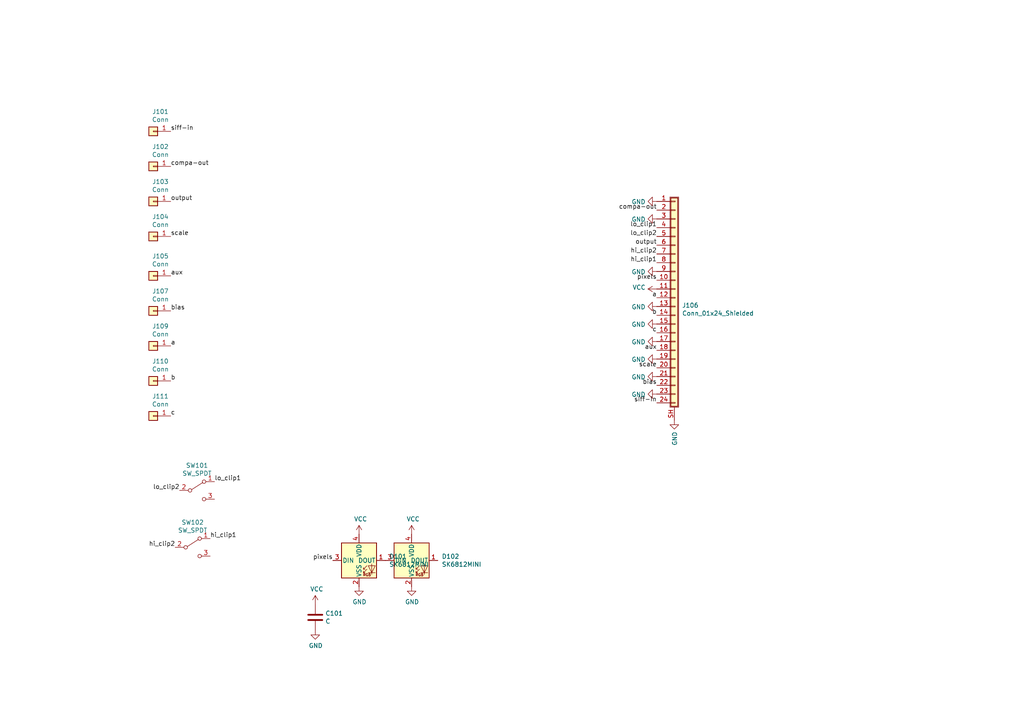
<source format=kicad_sch>
(kicad_sch (version 20211123) (generator eeschema)
  (paper "A4")
  (lib_symbols
    (symbol "Connector_Generic:Conn_01x01" (pin_names (offset 1.016) hide)
      (property "Reference" "J" (at 0 2.54 0))
      (property "Value" "Conn_01x01" (at 0 -2.54 0))
      (symbol "Conn_01x01_1_1"
        (rectangle (start -1.27 0.127) (end 0 -0.127) (stroke (width 0.1524)))
        (rectangle (start -1.27 1.27) (end 1.27 -1.27) (stroke (width 0.254)) (fill (type background)))
        (pin passive line (at -5.08 0 0) (length 3.81) (name "Pin_1") (number "1"))
      )
    )
    (symbol "Connector_Generic_Shielded:Conn_01x24_Shielded" (pin_names (offset 1.016) hide)
      (property "Reference" "J" (at 0.254 30.226 0))
      (property "Value" "Conn_01x24_Shielded" (at 1.016 -32.766 0))
      (symbol "Conn_01x24_Shielded_1_1"
        (rectangle (start -1.27 29.21) (end 1.27 -31.75) (stroke (width 0.1524)))
        (rectangle (start -1.016 -30.353) (end 0.254 -30.607) (stroke (width 0.1524)))
        (rectangle (start -1.016 -27.813) (end 0.254 -28.067) (stroke (width 0.1524)))
        (rectangle (start -1.016 -25.273) (end 0.254 -25.527) (stroke (width 0.1524)))
        (rectangle (start -1.016 -22.733) (end 0.254 -22.987) (stroke (width 0.1524)))
        (rectangle (start -1.016 -20.193) (end 0.254 -20.447) (stroke (width 0.1524)))
        (rectangle (start -1.016 -17.653) (end 0.254 -17.907) (stroke (width 0.1524)))
        (rectangle (start -1.016 -15.113) (end 0.254 -15.367) (stroke (width 0.1524)))
        (rectangle (start -1.016 -12.573) (end 0.254 -12.827) (stroke (width 0.1524)))
        (rectangle (start -1.016 -10.033) (end 0.254 -10.287) (stroke (width 0.1524)))
        (rectangle (start -1.016 -7.493) (end 0.254 -7.747) (stroke (width 0.1524)))
        (rectangle (start -1.016 -4.953) (end 0.254 -5.207) (stroke (width 0.1524)))
        (rectangle (start -1.016 -2.413) (end 0.254 -2.667) (stroke (width 0.1524)))
        (rectangle (start -1.016 0.127) (end 0.254 -0.127) (stroke (width 0.1524)))
        (rectangle (start -1.016 2.667) (end 0.254 2.413) (stroke (width 0.1524)))
        (rectangle (start -1.016 5.207) (end 0.254 4.953) (stroke (width 0.1524)))
        (rectangle (start -1.016 7.747) (end 0.254 7.493) (stroke (width 0.1524)))
        (rectangle (start -1.016 10.287) (end 0.254 10.033) (stroke (width 0.1524)))
        (rectangle (start -1.016 12.827) (end 0.254 12.573) (stroke (width 0.1524)))
        (rectangle (start -1.016 15.367) (end 0.254 15.113) (stroke (width 0.1524)))
        (rectangle (start -1.016 17.907) (end 0.254 17.653) (stroke (width 0.1524)))
        (rectangle (start -1.016 20.447) (end 0.254 20.193) (stroke (width 0.1524)))
        (rectangle (start -1.016 22.987) (end 0.254 22.733) (stroke (width 0.1524)))
        (rectangle (start -1.016 25.527) (end 0.254 25.273) (stroke (width 0.1524)))
        (rectangle (start -1.016 28.067) (end 0.254 27.813) (stroke (width 0.1524)))
        (rectangle (start -1.016 28.956) (end 1.016 -31.496) (stroke (width 0.254)) (fill (type background)))
        (pin passive line (at -5.08 27.94 0) (length 4.064) (name "Pin_1") (number "1"))
        (pin passive line (at -5.08 5.08 0) (length 4.064) (name "Pin_10") (number "10"))
        (pin passive line (at -5.08 2.54 0) (length 4.064) (name "Pin_11") (number "11"))
        (pin passive line (at -5.08 0 0) (length 4.064) (name "Pin_12") (number "12"))
        (pin passive line (at -5.08 -2.54 0) (length 4.064) (name "Pin_13") (number "13"))
        (pin passive line (at -5.08 -5.08 0) (length 4.064) (name "Pin_14") (number "14"))
        (pin passive line (at -5.08 -7.62 0) (length 4.064) (name "Pin_15") (number "15"))
        (pin passive line (at -5.08 -10.16 0) (length 4.064) (name "Pin_16") (number "16"))
        (pin passive line (at -5.08 -12.7 0) (length 4.064) (name "Pin_17") (number "17"))
        (pin passive line (at -5.08 -15.24 0) (length 4.064) (name "Pin_18") (number "18"))
        (pin passive line (at -5.08 -17.78 0) (length 4.064) (name "Pin_19") (number "19"))
        (pin passive line (at -5.08 25.4 0) (length 4.064) (name "Pin_2") (number "2"))
        (pin passive line (at -5.08 -20.32 0) (length 4.064) (name "Pin_20") (number "20"))
        (pin passive line (at -5.08 -22.86 0) (length 4.064) (name "Pin_21") (number "21"))
        (pin passive line (at -5.08 -25.4 0) (length 4.064) (name "Pin_22") (number "22"))
        (pin passive line (at -5.08 -27.94 0) (length 4.064) (name "Pin_23") (number "23"))
        (pin passive line (at -5.08 -30.48 0) (length 4.064) (name "Pin_24") (number "24"))
        (pin passive line (at -5.08 22.86 0) (length 4.064) (name "Pin_3") (number "3"))
        (pin passive line (at -5.08 20.32 0) (length 4.064) (name "Pin_4") (number "4"))
        (pin passive line (at -5.08 17.78 0) (length 4.064) (name "Pin_5") (number "5"))
        (pin passive line (at -5.08 15.24 0) (length 4.064) (name "Pin_6") (number "6"))
        (pin passive line (at -5.08 12.7 0) (length 4.064) (name "Pin_7") (number "7"))
        (pin passive line (at -5.08 10.16 0) (length 4.064) (name "Pin_8") (number "8"))
        (pin passive line (at -5.08 7.62 0) (length 4.064) (name "Pin_9") (number "9"))
        (pin passive line (at 0 -35.56 90) (length 3.81) (name "Shield") (number "SH"))
      )
    )
    (symbol "Device:C" (pin_numbers hide) (pin_names (offset 0.254))
      (property "Reference" "C" (at 0.635 2.54 0))
      (property "Value" "C" (at 0.635 -2.54 0))
      (symbol "C_0_1"
        (polyline (pts (xy -2.032 -0.762) (xy 2.032 -0.762)) (stroke (width 0.508)))
        (polyline (pts (xy -2.032 0.762) (xy 2.032 0.762)) (stroke (width 0.508)))
      )
      (symbol "C_1_1"
        (pin passive line (at 0 3.81 270) (length 2.794) (name "~") (number "1"))
        (pin passive line (at 0 -3.81 90) (length 2.794) (name "~") (number "2"))
      )
    )
    (symbol "Switch:SW_SPDT" (pin_names (offset 0) hide)
      (property "Reference" "SW" (at 0 4.318 0))
      (property "Value" "SW_SPDT" (at 0 -5.08 0))
      (symbol "SW_SPDT_0_0"
        (circle (center -2.032 0) (radius 0.508))
        (circle (center 2.032 -2.54) (radius 0.508))
      )
      (symbol "SW_SPDT_0_1"
        (polyline (pts (xy -1.524 0.254) (xy 1.651 2.286)))
        (circle (center 2.032 2.54) (radius 0.508))
      )
      (symbol "SW_SPDT_1_1"
        (pin passive line (at 5.08 2.54 180) (length 2.54) (name "A") (number "1"))
        (pin passive line (at -5.08 0 0) (length 2.54) (name "B") (number "2"))
        (pin passive line (at 5.08 -2.54 180) (length 2.54) (name "C") (number "3"))
      )
    )
    (symbol "power:GND" (power) (pin_names (offset 0))
      (property "Value" "GND" (at 0 -3.81 0))
      (symbol "GND_0_1"
        (polyline (pts (xy 0 0) (xy 0 -1.27) (xy 1.27 -1.27) (xy 0 -2.54) (xy -1.27 -1.27) (xy 0 -1.27)))
      )
      (symbol "GND_1_1"
        (pin power_in line (at 0 0 270) (length 0) hide (name "GND") (number "1"))
      )
    )
    (symbol "power:VCC" (power) (pin_names (offset 0))
      (property "Value" "VCC" (at 0 3.81 0))
      (symbol "VCC_0_1"
        (polyline (pts (xy -0.762 1.27) (xy 0 2.54)))
        (polyline (pts (xy 0 0) (xy 0 2.54)))
        (polyline (pts (xy 0 2.54) (xy 0.762 1.27)))
      )
      (symbol "VCC_1_1"
        (pin power_in line (at 0 0 90) (length 0) hide (name "VCC") (number "1"))
      )
    )
    (symbol "synkie_symbols:SK6812MINI" (pin_names (offset 0.254))
      (property "Reference" "D" (at 5.08 5.715 0))
      (property "Value" "SK6812MINI" (at 1.27 -5.715 0))
      (symbol "SK6812MINI_0_0"
        (text "RGB" (at 2.286 -4.191 0) (effects (font (size 0.762 0.762))))
      )
      (symbol "SK6812MINI_0_1"
        (polyline (pts (xy 1.27 -3.556) (xy 1.778 -3.556)))
        (polyline (pts (xy 1.27 -2.54) (xy 1.778 -2.54)))
        (polyline (pts (xy 4.699 -3.556) (xy 2.667 -3.556)))
        (polyline (pts (xy 2.286 -2.54) (xy 1.27 -3.556) (xy 1.27 -3.048)))
        (polyline (pts (xy 2.286 -1.524) (xy 1.27 -2.54) (xy 1.27 -2.032)))
        (polyline (pts (xy 3.683 -1.016) (xy 3.683 -3.556) (xy 3.683 -4.064)))
        (polyline (pts (xy 4.699 -1.524) (xy 2.667 -1.524) (xy 3.683 -3.556) (xy 4.699 -1.524)))
        (rectangle (start 5.08 5.08) (end -5.08 -5.08) (stroke (width 0.254)) (fill (type background)))
      )
      (symbol "SK6812MINI_1_1"
        (pin output line (at 7.62 0 180) (length 2.54) (name "DOUT") (number "1"))
        (pin power_in line (at 0 -7.62 90) (length 2.54) (name "VSS") (number "2"))
        (pin input line (at -7.62 0 0) (length 2.54) (name "DIN") (number "3"))
        (pin power_in line (at 0 7.62 270) (length 2.54) (name "VDD") (number "4"))
      )
    )
  )
  (label "c" (at 190.5 96.52 180))
  (label "output" (at 190.5 71.12 180))
  (label "bias" (at 190.5 111.76 180))
  (label "siff-in" (at 190.5 116.84 180))
  (label "hi_clip2" (at 50.8 158.75 180))
  (label "compa-out" (at 49.53 48.26 0))
  (label "aux" (at 190.5 101.6 180))
  (label "a" (at 190.5 86.36 180))
  (label "siff-in" (at 49.53 38.1 0))
  (label "pixels" (at 190.5 81.28 180))
  (label "lo_clip2" (at 52.07 142.24 180))
  (label "pixels" (at 96.52 162.56 180))
  (label "aux" (at 49.53 80.01 0))
  (label "c" (at 49.53 120.65 0))
  (label "b" (at 49.53 110.49 0))
  (label "hi_clip1" (at 60.96 156.21 0))
  (label "scale" (at 190.5 106.68 180))
  (label "b" (at 190.5 91.44 180))
  (label "lo_clip1" (at 190.5 66.04 180))
  (label "lo_clip2" (at 190.5 68.58 180))
  (label "output" (at 49.53 58.42 0))
  (label "hi_clip1" (at 190.5 76.2 180))
  (label "compa-out" (at 190.5 60.96 180))
  (label "hi_clip2" (at 190.5 73.66 180))
  (label "a" (at 49.53 100.33 0))
  (label "bias" (at 49.53 90.17 0))
  (label "lo_clip1" (at 62.23 139.7 0))
  (label "scale" (at 49.53 68.58 0))
  (symbol (lib_id "Connector_Generic:Conn_01x01") (at 44.45 38.1 180) (unit 1)
    (property "Reference" "J101" (at 46.5328 32.385 0))
    (property "Value" "Conn" (at 46.5328 34.6964 0))
    (property "Footprint" "TestPoint:TestPoint_THTPad_D4.0mm_Drill2.0mm" (effects hide))
  )
  (symbol (lib_id "Connector_Generic:Conn_01x01") (at 44.45 48.26 180) (unit 1)
    (property "Reference" "J102" (at 46.5328 42.545 0))
    (property "Value" "Conn" (at 46.5328 44.8564 0))
    (property "Footprint" "TestPoint:TestPoint_THTPad_D4.0mm_Drill2.0mm" (effects hide))
  )
  (symbol (lib_id "Connector_Generic:Conn_01x01") (at 44.45 58.42 180) (unit 1)
    (property "Reference" "J103" (at 46.5328 52.705 0))
    (property "Value" "Conn" (at 46.5328 55.0164 0))
    (property "Footprint" "TestPoint:TestPoint_THTPad_D4.0mm_Drill2.0mm" (effects hide))
  )
  (symbol (lib_id "Connector_Generic:Conn_01x01") (at 44.45 68.58 180) (unit 1)
    (property "Reference" "J104" (at 46.5328 62.865 0))
    (property "Value" "Conn" (at 46.5328 65.1764 0))
    (property "Footprint" "TestPoint:TestPoint_THTPad_D4.0mm_Drill2.0mm" (effects hide))
  )
  (symbol (lib_id "Connector_Generic:Conn_01x01") (at 44.45 80.01 180) (unit 1)
    (property "Reference" "J105" (at 46.5328 74.295 0))
    (property "Value" "Conn" (at 46.5328 76.6064 0))
    (property "Footprint" "TestPoint:TestPoint_THTPad_D4.0mm_Drill2.0mm" (effects hide))
  )
  (symbol (lib_id "Connector_Generic:Conn_01x01") (at 44.45 90.17 180) (unit 1)
    (property "Reference" "J107" (at 46.5328 84.455 0))
    (property "Value" "Conn" (at 46.5328 86.7664 0))
    (property "Footprint" "TestPoint:TestPoint_THTPad_D3.0mm_Drill1.5mm" (effects hide))
  )
  (symbol (lib_id "Connector_Generic:Conn_01x01") (at 44.45 100.33 180) (unit 1)
    (property "Reference" "J109" (at 46.5328 94.615 0))
    (property "Value" "Conn" (at 46.5328 96.9264 0))
    (property "Footprint" "TestPoint:TestPoint_THTPad_D4.0mm_Drill2.0mm" (effects hide))
  )
  (symbol (lib_id "Connector_Generic:Conn_01x01") (at 44.45 110.49 180) (unit 1)
    (property "Reference" "J110" (at 46.5328 104.775 0))
    (property "Value" "Conn" (at 46.5328 107.0864 0))
    (property "Footprint" "TestPoint:TestPoint_THTPad_D4.0mm_Drill2.0mm" (effects hide))
  )
  (symbol (lib_id "Connector_Generic:Conn_01x01") (at 44.45 120.65 180) (unit 1)
    (property "Reference" "J111" (at 46.5328 114.935 0))
    (property "Value" "Conn" (at 46.5328 117.2464 0))
    (property "Footprint" "TestPoint:TestPoint_THTPad_D4.0mm_Drill2.0mm" (effects hide))
  )
  (symbol (lib_id "Switch:SW_SPDT") (at 57.15 142.24 0) (unit 1)
    (property "Reference" "SW101" (at 57.15 135.001 0))
    (property "Value" "SW_SPDT" (at 57.15 137.3124 0))
    (property "Footprint" "Connector_PinSocket_2.54mm:PinSocket_1x03_P2.54mm_Vertical" (effects hide))
  )
  (symbol (lib_id "Switch:SW_SPDT") (at 55.88 158.75 0) (unit 1)
    (property "Reference" "SW102" (at 55.88 151.511 0))
    (property "Value" "SW_SPDT" (at 55.88 153.8224 0))
    (property "Footprint" "Connector_PinSocket_2.54mm:PinSocket_1x03_P2.54mm_Vertical" (effects hide))
  )
  (symbol (lib_id "synkie_symbols:SK6812MINI") (at 104.14 162.56 0) (unit 1)
    (property "Reference" "D101" (at 112.8776 161.3916 0) (effects (justify left)))
    (property "Value" "SK6812MINI" (at 112.8776 163.703 0) (effects (justify left)))
    (property "Footprint" "Anyma06:SK6812-MINI-HS" (effects hide))
    (property "Datasheet" "https://cdn-shop.adafruit.com/product-files/2686/SK6812MINI_REV.01-1-2.pdf" (effects hide))
  )
  (symbol (lib_id "synkie_symbols:SK6812MINI") (at 119.38 162.56 0) (unit 1)
    (property "Reference" "D102" (at 128.1176 161.3916 0) (effects (justify left)))
    (property "Value" "SK6812MINI" (at 128.1176 163.703 0) (effects (justify left)))
    (property "Footprint" "Anyma06:SK6812-MINI-HS" (effects hide))
    (property "Datasheet" "https://cdn-shop.adafruit.com/product-files/2686/SK6812MINI_REV.01-1-2.pdf" (effects hide))
  )
  (symbol (lib_id "power:VCC") (at 104.14 154.94 0) (unit 1)
    (property "Reference" "#PWR0115" (effects hide))
    (property "Value" "VCC" (at 104.5718 150.5458 0))
  )
  (symbol (lib_id "power:VCC") (at 119.38 154.94 0) (unit 1)
    (property "Reference" "#PWR0116" (effects hide))
    (property "Value" "VCC" (at 119.8118 150.5458 0))
  )
  (symbol (lib_id "power:GND") (at 104.14 170.18 0) (unit 1)
    (property "Reference" "#PWR0117" (effects hide))
    (property "Value" "GND" (at 104.267 174.5742 0))
  )
  (symbol (lib_id "power:GND") (at 119.38 170.18 0) (unit 1)
    (property "Reference" "#PWR0118" (effects hide))
    (property "Value" "GND" (at 119.507 174.5742 0))
  )
  (symbol (lib_id "power:GND") (at 91.44 182.88 0) (unit 1)
    (property "Reference" "#PWR0120" (effects hide))
    (property "Value" "GND" (at 91.567 187.2742 0))
  )
  (symbol (lib_id "power:VCC") (at 91.44 175.26 0) (unit 1)
    (property "Reference" "#PWR0119" (effects hide))
    (property "Value" "VCC" (at 91.8718 170.8658 0))
  )
  (symbol (lib_id "Device:C") (at 91.44 179.07 0) (unit 1)
    (property "Reference" "C101" (at 94.361 177.9016 0) (effects (justify left)))
    (property "Value" "C" (at 94.361 180.213 0) (effects (justify left)))
    (property "Footprint" "synkie_footprints:C_0603_1608Metric_Pad1.05x0.95mm_HandSolder" (effects hide))
  )
  (symbol (lib_id "power:GND") (at 190.5 58.42 270) (unit 1)
    (property "Reference" "#PWR0101" (effects hide))
    (property "Value" "GND" (at 187.2488 58.547 90) (effects (justify right)))
  )
  (symbol (lib_id "power:GND") (at 190.5 63.5 270) (unit 1)
    (property "Reference" "#PWR0102" (effects hide))
    (property "Value" "GND" (at 187.2488 63.627 90) (effects (justify right)))
  )
  (symbol (lib_id "power:GND") (at 190.5 114.3 270) (unit 1)
    (property "Reference" "#PWR0112" (effects hide))
    (property "Value" "GND" (at 187.2488 114.427 90) (effects (justify right)))
  )
  (symbol (lib_id "power:GND") (at 190.5 99.06 270) (unit 1)
    (property "Reference" "#PWR0111" (effects hide))
    (property "Value" "GND" (at 187.2488 99.187 90) (effects (justify right)))
  )
  (symbol (lib_id "power:GND") (at 190.5 78.74 270) (unit 1)
    (property "Reference" "#PWR0106" (effects hide))
    (property "Value" "GND" (at 187.2488 78.867 90) (effects (justify right)))
  )
  (symbol (lib_id "power:GND") (at 190.5 104.14 270) (unit 1)
    (property "Reference" "#PWR0123" (effects hide))
    (property "Value" "GND" (at 187.2488 104.267 90) (effects (justify right)))
  )
  (symbol (lib_id "power:GND") (at 195.58 121.92 0) (unit 1)
    (property "Reference" "#PWR0126" (effects hide))
    (property "Value" "GND" (at 195.707 125.1712 90) (effects (justify right)))
  )
  (symbol (lib_id "Connector_Generic_Shielded:Conn_01x24_Shielded") (at 195.58 86.36 0) (unit 1)
    (property "Reference" "J106" (at 197.8152 88.5698 0) (effects (justify left)))
    (property "Value" "Conn_01x24_Shielded" (at 197.8152 90.8812 0) (effects (justify left)))
    (property "Footprint" "Connector_FFC-FPC:Hirose_FH12-24S-0.5SH_1x24-1MP_P0.50mm_Horizontal" (effects hide))
  )
  (symbol (lib_id "power:GND") (at 190.5 109.22 270) (unit 1)
    (property "Reference" "#PWR0103" (effects hide))
    (property "Value" "GND" (at 187.2488 109.347 90) (effects (justify right)))
  )
  (symbol (lib_id "power:GND") (at 190.5 93.98 270) (unit 1)
    (property "Reference" "#PWR0104" (effects hide))
    (property "Value" "GND" (at 187.2488 94.107 90) (effects (justify right)))
  )
  (symbol (lib_id "power:GND") (at 190.5 88.9 270) (unit 1)
    (property "Reference" "#PWR0105" (effects hide))
    (property "Value" "GND" (at 187.2488 89.027 90) (effects (justify right)))
  )
  (symbol (lib_id "power:VCC") (at 190.5 83.82 90) (unit 1)
    (property "Reference" "#PWR0107" (effects hide))
    (property "Value" "VCC" (at 187.2742 83.3628 90) (effects (justify left)))
  )
)
</source>
